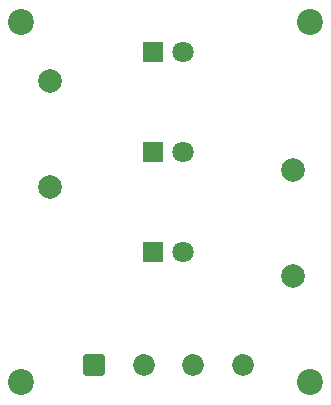
<source format=gbr>
%TF.GenerationSoftware,KiCad,Pcbnew,9.0.0*%
%TF.CreationDate,2025-03-06T15:30:41-05:00*%
%TF.ProjectId,Traffic Control System,54726166-6669-4632-9043-6f6e74726f6c,rev?*%
%TF.SameCoordinates,Original*%
%TF.FileFunction,Soldermask,Bot*%
%TF.FilePolarity,Negative*%
%FSLAX46Y46*%
G04 Gerber Fmt 4.6, Leading zero omitted, Abs format (unit mm)*
G04 Created by KiCad (PCBNEW 9.0.0) date 2025-03-06 15:30:42*
%MOMM*%
%LPD*%
G01*
G04 APERTURE LIST*
G04 Aperture macros list*
%AMRoundRect*
0 Rectangle with rounded corners*
0 $1 Rounding radius*
0 $2 $3 $4 $5 $6 $7 $8 $9 X,Y pos of 4 corners*
0 Add a 4 corners polygon primitive as box body*
4,1,4,$2,$3,$4,$5,$6,$7,$8,$9,$2,$3,0*
0 Add four circle primitives for the rounded corners*
1,1,$1+$1,$2,$3*
1,1,$1+$1,$4,$5*
1,1,$1+$1,$6,$7*
1,1,$1+$1,$8,$9*
0 Add four rect primitives between the rounded corners*
20,1,$1+$1,$2,$3,$4,$5,0*
20,1,$1+$1,$4,$5,$6,$7,0*
20,1,$1+$1,$6,$7,$8,$9,0*
20,1,$1+$1,$8,$9,$2,$3,0*%
G04 Aperture macros list end*
%ADD10C,2.200000*%
%ADD11RoundRect,0.250000X-0.675000X-0.675000X0.675000X-0.675000X0.675000X0.675000X-0.675000X0.675000X0*%
%ADD12C,1.850000*%
%ADD13R,1.800000X1.800000*%
%ADD14C,1.800000*%
%ADD15C,2.000000*%
G04 APERTURE END LIST*
D10*
%TO.C,REF\u002A\u002A*%
X62500000Y-36500000D03*
%TD*%
%TO.C,REF\u002A\u002A*%
X62500000Y-67000000D03*
%TD*%
%TO.C,REF\u002A\u002A*%
X38000000Y-67000000D03*
%TD*%
%TO.C,REF\u002A\u002A*%
X38000000Y-36500000D03*
%TD*%
D11*
%TO.C,J1*%
X44200000Y-65500000D03*
D12*
X48400000Y-65500000D03*
X52600000Y-65500000D03*
X56800000Y-65500000D03*
%TD*%
D13*
%TO.C,D1*%
X49210000Y-39000000D03*
D14*
X51750000Y-39000000D03*
%TD*%
D13*
%TO.C,D2*%
X49225000Y-47500000D03*
D14*
X51765000Y-47500000D03*
%TD*%
D13*
%TO.C,D3*%
X49225000Y-56000000D03*
D14*
X51765000Y-56000000D03*
%TD*%
D15*
%TO.C,R2*%
X61000000Y-49000000D03*
X61000000Y-58000000D03*
%TD*%
%TO.C,R1*%
X40500000Y-50500000D03*
X40500000Y-41500000D03*
%TD*%
M02*

</source>
